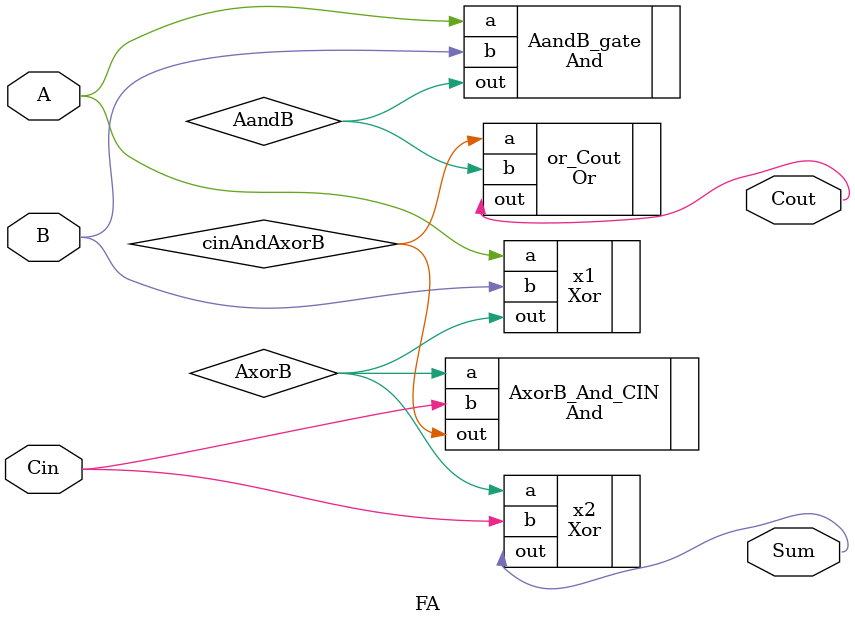
<source format=v>

module FA 
(
    input A,
    input B,
    input Cin,
    output Sum,
    output Cout
);
    wire AxorB;
    wire AandB;
    wire cinAndAxorB;
    Xor x1
    (
        .a(A), 
        .b(B),
        .out(AxorB)
    );

    
    And
    AxorB_And_CIN
    (
        .a(AxorB), 
        .b(Cin),
        .out(cinAndAxorB)
    );

    And 
    AandB_gate
    (
        .a(A), 
        .b(B),
        .out(AandB)
    );


    Or 
    or_Cout
    (
	    .a(cinAndAxorB),
	    .b(AandB),
	    .out(Cout)
    );

    Xor x2
    (
        .a(AxorB), 
        .b(Cin),
        .out(Sum)
    );
    
endmodule
</source>
